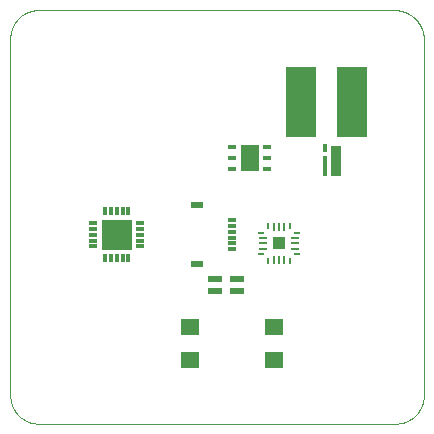
<source format=gtp>
G04 EAGLE Gerber RS-274X export*
G75*
%MOMM*%
%FSLAX35Y35*%
%LPD*%
%INsolder_paste_top*%
%IPPOS*%
%AMOC8*
5,1,8,0,0,1.08239X$1,22.5*%
G01*
%ADD10C,0.000000*%
%ADD11R,1.500000X2.300000*%
%ADD12R,0.710000X0.460000*%
%ADD13R,2.500000X2.500000*%
%ADD14R,0.300000X0.750000*%
%ADD15R,0.750000X0.300000*%
%ADD16R,2.500000X6.000000*%
%ADD17R,0.950000X2.500000*%
%ADD18R,0.300000X1.770000*%
%ADD19R,0.300000X0.650000*%
%ADD20R,1.100000X1.100000*%
%ADD21R,0.250000X0.800000*%
%ADD22R,0.800000X0.250000*%
%ADD23R,0.550000X0.250000*%
%ADD24R,0.250000X0.550000*%
%ADD25R,1.200000X0.600000*%
%ADD26R,0.700000X0.300000*%
%ADD27R,1.000000X0.600000*%
%ADD28R,1.600000X1.400000*%


D10*
X250000Y0D02*
X3250000Y0D01*
X3500000Y225000D02*
X3500000Y3275000D01*
X3225000Y3500000D02*
X250000Y3500000D01*
X0Y3275000D02*
X0Y225000D01*
X0Y3275000D02*
X371Y3280735D01*
X881Y3286460D01*
X1529Y3292170D01*
X2315Y3297864D01*
X3238Y3303536D01*
X4298Y3309185D01*
X5494Y3314806D01*
X6826Y3320397D01*
X8292Y3325954D01*
X9892Y3331474D01*
X11626Y3336954D01*
X13491Y3342390D01*
X15487Y3347780D01*
X17612Y3353120D01*
X19866Y3358406D01*
X22247Y3363637D01*
X24754Y3368809D01*
X27385Y3373919D01*
X30138Y3378963D01*
X33013Y3383940D01*
X36007Y3388846D01*
X39119Y3393678D01*
X42347Y3398433D01*
X45688Y3403109D01*
X49142Y3407703D01*
X52706Y3412212D01*
X56377Y3416633D01*
X60154Y3420965D01*
X64035Y3425204D01*
X68018Y3429348D01*
X72099Y3433395D01*
X76276Y3437342D01*
X80548Y3441186D01*
X84912Y3444927D01*
X89365Y3448561D01*
X93904Y3452086D01*
X98527Y3455500D01*
X103231Y3458802D01*
X108014Y3461989D01*
X112872Y3465060D01*
X117803Y3468012D01*
X122804Y3470844D01*
X127872Y3473555D01*
X133003Y3476142D01*
X138196Y3478605D01*
X143447Y3480942D01*
X148753Y3483150D01*
X154111Y3485230D01*
X159517Y3487180D01*
X164969Y3488999D01*
X170463Y3490686D01*
X175997Y3492239D01*
X181566Y3493658D01*
X187168Y3494942D01*
X192799Y3496090D01*
X198457Y3497102D01*
X204137Y3497977D01*
X209837Y3498715D01*
X215553Y3499314D01*
X221281Y3499775D01*
X227020Y3500098D01*
X232764Y3500282D01*
X238511Y3500327D01*
X244257Y3500233D01*
X250000Y3500000D01*
X3225000Y3500000D02*
X3231143Y3500538D01*
X3237297Y3500926D01*
X3243459Y3501162D01*
X3249625Y3501247D01*
X3255791Y3501180D01*
X3261953Y3500962D01*
X3268109Y3500594D01*
X3274253Y3500074D01*
X3280383Y3499403D01*
X3286494Y3498582D01*
X3292584Y3497612D01*
X3298648Y3496492D01*
X3304682Y3495224D01*
X3310684Y3493808D01*
X3316649Y3492246D01*
X3322574Y3490537D01*
X3328455Y3488684D01*
X3334289Y3486686D01*
X3340072Y3484546D01*
X3345801Y3482265D01*
X3351472Y3479844D01*
X3357083Y3477285D01*
X3362628Y3474588D01*
X3368106Y3471757D01*
X3373512Y3468792D01*
X3378845Y3465694D01*
X3384099Y3462467D01*
X3389273Y3459113D01*
X3394363Y3455632D01*
X3399366Y3452027D01*
X3404279Y3448300D01*
X3409099Y3444454D01*
X3413823Y3440491D01*
X3418449Y3436414D01*
X3422973Y3432224D01*
X3427393Y3427924D01*
X3431706Y3423517D01*
X3435909Y3419005D01*
X3440001Y3414392D01*
X3443978Y3409679D01*
X3447839Y3404871D01*
X3451580Y3399969D01*
X3455199Y3394977D01*
X3458695Y3389897D01*
X3462066Y3384733D01*
X3465309Y3379489D01*
X3468422Y3374166D01*
X3471403Y3368768D01*
X3474251Y3363299D01*
X3476964Y3357761D01*
X3479540Y3352159D01*
X3481978Y3346495D01*
X3484276Y3340773D01*
X3486433Y3334996D01*
X3488448Y3329168D01*
X3490319Y3323292D01*
X3492045Y3317372D01*
X3493626Y3311412D01*
X3495060Y3305415D01*
X3496346Y3299384D01*
X3497484Y3293323D01*
X3498472Y3287237D01*
X3499311Y3281128D01*
X3500000Y3275000D01*
X3500000Y225000D02*
X3499629Y219265D01*
X3499119Y213540D01*
X3498471Y207830D01*
X3497685Y202136D01*
X3496762Y196464D01*
X3495702Y190815D01*
X3494506Y185194D01*
X3493174Y179603D01*
X3491708Y174046D01*
X3490108Y168526D01*
X3488374Y163046D01*
X3486509Y157610D01*
X3484513Y152220D01*
X3482388Y146880D01*
X3480134Y141594D01*
X3477753Y136363D01*
X3475246Y131191D01*
X3472615Y126081D01*
X3469862Y121037D01*
X3466987Y116060D01*
X3463993Y111154D01*
X3460881Y106322D01*
X3457653Y101567D01*
X3454312Y96891D01*
X3450858Y92297D01*
X3447294Y87788D01*
X3443623Y83367D01*
X3439846Y79035D01*
X3435965Y74796D01*
X3431982Y70652D01*
X3427901Y66605D01*
X3423724Y62658D01*
X3419452Y58814D01*
X3415088Y55073D01*
X3410635Y51439D01*
X3406096Y47914D01*
X3401473Y44500D01*
X3396769Y41198D01*
X3391986Y38011D01*
X3387128Y34940D01*
X3382197Y31988D01*
X3377196Y29156D01*
X3372128Y26445D01*
X3366997Y23858D01*
X3361804Y21395D01*
X3356553Y19058D01*
X3351247Y16850D01*
X3345889Y14770D01*
X3340483Y12820D01*
X3335031Y11001D01*
X3329537Y9314D01*
X3324003Y7761D01*
X3318434Y6342D01*
X3312832Y5058D01*
X3307201Y3910D01*
X3301543Y2898D01*
X3295863Y2023D01*
X3290163Y1285D01*
X3284447Y686D01*
X3278719Y225D01*
X3272980Y-98D01*
X3267236Y-282D01*
X3261489Y-327D01*
X3255743Y-233D01*
X3250000Y0D01*
X250000Y0D02*
X244257Y-233D01*
X238511Y-327D01*
X232764Y-282D01*
X227020Y-98D01*
X221281Y225D01*
X215553Y686D01*
X209837Y1285D01*
X204137Y2023D01*
X198457Y2898D01*
X192799Y3910D01*
X187168Y5058D01*
X181566Y6342D01*
X175997Y7761D01*
X170463Y9314D01*
X164969Y11001D01*
X159517Y12820D01*
X154111Y14770D01*
X148753Y16850D01*
X143447Y19058D01*
X138196Y21395D01*
X133003Y23858D01*
X127872Y26445D01*
X122804Y29156D01*
X117803Y31988D01*
X112872Y34940D01*
X108014Y38011D01*
X103231Y41198D01*
X98527Y44500D01*
X93904Y47914D01*
X89365Y51439D01*
X84912Y55073D01*
X80548Y58814D01*
X76276Y62658D01*
X72099Y66605D01*
X68018Y70652D01*
X64035Y74796D01*
X60154Y79035D01*
X56377Y83367D01*
X52706Y87788D01*
X49142Y92297D01*
X45688Y96891D01*
X42347Y101567D01*
X39119Y106322D01*
X36007Y111154D01*
X33013Y116060D01*
X30138Y121037D01*
X27385Y126081D01*
X24754Y131191D01*
X22247Y136363D01*
X19866Y141594D01*
X17612Y146880D01*
X15487Y152220D01*
X13491Y157610D01*
X11626Y163046D01*
X9892Y168526D01*
X8292Y174046D01*
X6826Y179603D01*
X5494Y185194D01*
X4298Y190815D01*
X3238Y196464D01*
X2315Y202136D01*
X1529Y207830D01*
X881Y213540D01*
X371Y219265D01*
X0Y225000D01*
X3225000Y3500000D02*
X3231143Y3500538D01*
X3237297Y3500926D01*
X3243459Y3501162D01*
X3249625Y3501247D01*
X3255791Y3501180D01*
X3261953Y3500962D01*
X3268109Y3500594D01*
X3274253Y3500074D01*
X3280383Y3499403D01*
X3286494Y3498582D01*
X3292584Y3497612D01*
X3298648Y3496492D01*
X3304682Y3495224D01*
X3310684Y3493808D01*
X3316649Y3492246D01*
X3322574Y3490537D01*
X3328455Y3488684D01*
X3334289Y3486686D01*
X3340072Y3484546D01*
X3345801Y3482265D01*
X3351472Y3479844D01*
X3357083Y3477285D01*
X3362628Y3474588D01*
X3368106Y3471757D01*
X3373512Y3468792D01*
X3378845Y3465694D01*
X3384099Y3462467D01*
X3389273Y3459113D01*
X3394363Y3455632D01*
X3399366Y3452027D01*
X3404279Y3448300D01*
X3409099Y3444454D01*
X3413823Y3440491D01*
X3418449Y3436414D01*
X3422973Y3432224D01*
X3427393Y3427924D01*
X3431706Y3423517D01*
X3435909Y3419005D01*
X3440001Y3414392D01*
X3443978Y3409679D01*
X3447839Y3404871D01*
X3451580Y3399969D01*
X3455199Y3394977D01*
X3458695Y3389897D01*
X3462066Y3384733D01*
X3465309Y3379489D01*
X3468422Y3374166D01*
X3471403Y3368768D01*
X3474251Y3363299D01*
X3476964Y3357761D01*
X3479540Y3352159D01*
X3481978Y3346495D01*
X3484276Y3340773D01*
X3486433Y3334996D01*
X3488448Y3329168D01*
X3490319Y3323292D01*
X3492045Y3317372D01*
X3493626Y3311412D01*
X3495060Y3305415D01*
X3496346Y3299384D01*
X3497484Y3293323D01*
X3498472Y3287237D01*
X3499311Y3281128D01*
X3500000Y3275000D01*
X3500000Y225000D02*
X3499629Y219265D01*
X3499119Y213540D01*
X3498471Y207830D01*
X3497685Y202136D01*
X3496762Y196464D01*
X3495702Y190815D01*
X3494506Y185194D01*
X3493174Y179603D01*
X3491708Y174046D01*
X3490108Y168526D01*
X3488374Y163046D01*
X3486509Y157610D01*
X3484513Y152220D01*
X3482388Y146880D01*
X3480134Y141594D01*
X3477753Y136363D01*
X3475246Y131191D01*
X3472615Y126081D01*
X3469862Y121037D01*
X3466987Y116060D01*
X3463993Y111154D01*
X3460881Y106322D01*
X3457653Y101567D01*
X3454312Y96891D01*
X3450858Y92297D01*
X3447294Y87788D01*
X3443623Y83367D01*
X3439846Y79035D01*
X3435965Y74796D01*
X3431982Y70652D01*
X3427901Y66605D01*
X3423724Y62658D01*
X3419452Y58814D01*
X3415088Y55073D01*
X3410635Y51439D01*
X3406096Y47914D01*
X3401473Y44500D01*
X3396769Y41198D01*
X3391986Y38011D01*
X3387128Y34940D01*
X3382197Y31988D01*
X3377196Y29156D01*
X3372128Y26445D01*
X3366997Y23858D01*
X3361804Y21395D01*
X3356553Y19058D01*
X3351247Y16850D01*
X3345889Y14770D01*
X3340483Y12820D01*
X3335031Y11001D01*
X3329537Y9314D01*
X3324003Y7761D01*
X3318434Y6342D01*
X3312832Y5058D01*
X3307201Y3910D01*
X3301543Y2898D01*
X3295863Y2023D01*
X3290163Y1285D01*
X3284447Y686D01*
X3278719Y225D01*
X3272980Y-98D01*
X3267236Y-282D01*
X3261489Y-327D01*
X3255743Y-233D01*
X3250000Y0D01*
X250000Y0D02*
X244257Y-233D01*
X238511Y-327D01*
X232764Y-282D01*
X227020Y-98D01*
X221281Y225D01*
X215553Y686D01*
X209837Y1285D01*
X204137Y2023D01*
X198457Y2898D01*
X192799Y3910D01*
X187168Y5058D01*
X181566Y6342D01*
X175997Y7761D01*
X170463Y9314D01*
X164969Y11001D01*
X159517Y12820D01*
X154111Y14770D01*
X148753Y16850D01*
X143447Y19058D01*
X138196Y21395D01*
X133003Y23858D01*
X127872Y26445D01*
X122804Y29156D01*
X117803Y31988D01*
X112872Y34940D01*
X108014Y38011D01*
X103231Y41198D01*
X98527Y44500D01*
X93904Y47914D01*
X89365Y51439D01*
X84912Y55073D01*
X80548Y58814D01*
X76276Y62658D01*
X72099Y66605D01*
X68018Y70652D01*
X64035Y74796D01*
X60154Y79035D01*
X56377Y83367D01*
X52706Y87788D01*
X49142Y92297D01*
X45688Y96891D01*
X42347Y101567D01*
X39119Y106322D01*
X36007Y111154D01*
X33013Y116060D01*
X30138Y121037D01*
X27385Y126081D01*
X24754Y131191D01*
X22247Y136363D01*
X19866Y141594D01*
X17612Y146880D01*
X15487Y152220D01*
X13491Y157610D01*
X11626Y163046D01*
X9892Y168526D01*
X8292Y174046D01*
X6826Y179603D01*
X5494Y185194D01*
X4298Y190815D01*
X3238Y196464D01*
X2315Y202136D01*
X1529Y207830D01*
X881Y213540D01*
X371Y219265D01*
X0Y225000D01*
D11*
X2025000Y2250000D03*
D12*
X1877000Y2344000D03*
X1877000Y2250000D03*
X1877000Y2156000D03*
X2173000Y2250000D03*
X2173000Y2155000D03*
X2173000Y2345000D03*
D13*
X900000Y1600000D03*
D14*
X800000Y1800000D03*
X850000Y1800000D03*
X900000Y1800000D03*
X950000Y1800000D03*
X1000000Y1800000D03*
X1000000Y1400000D03*
X950000Y1400000D03*
X900000Y1400000D03*
X850000Y1400000D03*
X800000Y1400000D03*
D15*
X1100000Y1500000D03*
X1100000Y1550000D03*
X1100000Y1600000D03*
X1100000Y1650000D03*
X1100000Y1700000D03*
X700000Y1700000D03*
X700000Y1650000D03*
X700000Y1600000D03*
X700000Y1550000D03*
X700000Y1500000D03*
D16*
X2892500Y2725000D03*
X2462500Y2725000D03*
D17*
X2757560Y2225405D03*
D18*
X2665000Y2178720D03*
D19*
X2665340Y2337610D03*
D20*
X2275000Y1525000D03*
D21*
X2230000Y1665000D03*
X2275000Y1665000D03*
X2320000Y1665000D03*
X2230000Y1385000D03*
X2275000Y1385000D03*
X2320000Y1385000D03*
D22*
X2410000Y1480000D03*
X2410000Y1525000D03*
X2410000Y1570000D03*
X2135000Y1480000D03*
X2135000Y1525000D03*
X2135000Y1570000D03*
D23*
X2123000Y1435000D03*
D24*
X2185000Y1373000D03*
X2185000Y1677000D03*
D23*
X2123000Y1615000D03*
D24*
X2365000Y1677000D03*
X2365000Y1373000D03*
D23*
X2423000Y1435000D03*
X2423000Y1615000D03*
D25*
X1915000Y1127000D03*
X1915000Y1223000D03*
X1735000Y1223000D03*
X1735000Y1127000D03*
D26*
X1877000Y1575000D03*
X1877000Y1625000D03*
X1877000Y1675000D03*
X1877000Y1525000D03*
X1877000Y1475000D03*
X1877000Y1725000D03*
D27*
X1577000Y1850000D03*
X1577000Y1350000D03*
D28*
X2230600Y814700D03*
X2230600Y535300D03*
X1519400Y535300D03*
X1519400Y814700D03*
M02*

</source>
